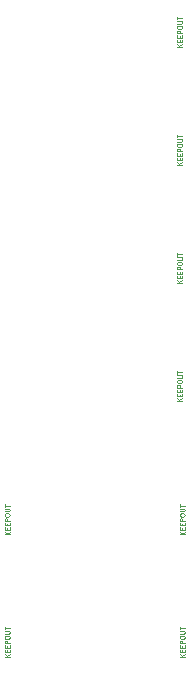
<source format=gbr>
%TF.GenerationSoftware,KiCad,Pcbnew,(7.0.0)*%
%TF.CreationDate,2023-03-30T09:00:50-07:00*%
%TF.ProjectId,wyw_r_frontpanel,7779775f-725f-4667-926f-6e7470616e65,rev?*%
%TF.SameCoordinates,Original*%
%TF.FileFunction,Other,Comment*%
%FSLAX46Y46*%
G04 Gerber Fmt 4.6, Leading zero omitted, Abs format (unit mm)*
G04 Created by KiCad (PCBNEW (7.0.0)) date 2023-03-30 09:00:50*
%MOMM*%
%LPD*%
G01*
G04 APERTURE LIST*
%ADD10C,0.051000*%
G04 APERTURE END LIST*
D10*
%TO.C,J5*%
X43326952Y-111938095D02*
X42926952Y-111938095D01*
X43326952Y-111709524D02*
X43098380Y-111880953D01*
X42926952Y-111709524D02*
X43155523Y-111938095D01*
X43117428Y-111538095D02*
X43117428Y-111404762D01*
X43326952Y-111347619D02*
X43326952Y-111538095D01*
X43326952Y-111538095D02*
X42926952Y-111538095D01*
X42926952Y-111538095D02*
X42926952Y-111347619D01*
X43117428Y-111176190D02*
X43117428Y-111042857D01*
X43326952Y-110985714D02*
X43326952Y-111176190D01*
X43326952Y-111176190D02*
X42926952Y-111176190D01*
X42926952Y-111176190D02*
X42926952Y-110985714D01*
X43326952Y-110814285D02*
X42926952Y-110814285D01*
X42926952Y-110814285D02*
X42926952Y-110661904D01*
X42926952Y-110661904D02*
X42946000Y-110623809D01*
X42946000Y-110623809D02*
X42965047Y-110604762D01*
X42965047Y-110604762D02*
X43003142Y-110585714D01*
X43003142Y-110585714D02*
X43060285Y-110585714D01*
X43060285Y-110585714D02*
X43098380Y-110604762D01*
X43098380Y-110604762D02*
X43117428Y-110623809D01*
X43117428Y-110623809D02*
X43136476Y-110661904D01*
X43136476Y-110661904D02*
X43136476Y-110814285D01*
X42926952Y-110338095D02*
X42926952Y-110261904D01*
X42926952Y-110261904D02*
X42946000Y-110223809D01*
X42946000Y-110223809D02*
X42984095Y-110185714D01*
X42984095Y-110185714D02*
X43060285Y-110166666D01*
X43060285Y-110166666D02*
X43193619Y-110166666D01*
X43193619Y-110166666D02*
X43269809Y-110185714D01*
X43269809Y-110185714D02*
X43307904Y-110223809D01*
X43307904Y-110223809D02*
X43326952Y-110261904D01*
X43326952Y-110261904D02*
X43326952Y-110338095D01*
X43326952Y-110338095D02*
X43307904Y-110376190D01*
X43307904Y-110376190D02*
X43269809Y-110414285D01*
X43269809Y-110414285D02*
X43193619Y-110433333D01*
X43193619Y-110433333D02*
X43060285Y-110433333D01*
X43060285Y-110433333D02*
X42984095Y-110414285D01*
X42984095Y-110414285D02*
X42946000Y-110376190D01*
X42946000Y-110376190D02*
X42926952Y-110338095D01*
X42926952Y-109995237D02*
X43250761Y-109995237D01*
X43250761Y-109995237D02*
X43288857Y-109976190D01*
X43288857Y-109976190D02*
X43307904Y-109957142D01*
X43307904Y-109957142D02*
X43326952Y-109919047D01*
X43326952Y-109919047D02*
X43326952Y-109842856D01*
X43326952Y-109842856D02*
X43307904Y-109804761D01*
X43307904Y-109804761D02*
X43288857Y-109785714D01*
X43288857Y-109785714D02*
X43250761Y-109766666D01*
X43250761Y-109766666D02*
X42926952Y-109766666D01*
X42926952Y-109633332D02*
X42926952Y-109404761D01*
X43326952Y-109519047D02*
X42926952Y-109519047D01*
%TO.C,J9*%
X43548491Y-133596449D02*
X43148491Y-133596449D01*
X43548491Y-133367878D02*
X43319919Y-133539307D01*
X43148491Y-133367878D02*
X43377062Y-133596449D01*
X43338967Y-133196449D02*
X43338967Y-133063116D01*
X43548491Y-133005973D02*
X43548491Y-133196449D01*
X43548491Y-133196449D02*
X43148491Y-133196449D01*
X43148491Y-133196449D02*
X43148491Y-133005973D01*
X43338967Y-132834544D02*
X43338967Y-132701211D01*
X43548491Y-132644068D02*
X43548491Y-132834544D01*
X43548491Y-132834544D02*
X43148491Y-132834544D01*
X43148491Y-132834544D02*
X43148491Y-132644068D01*
X43548491Y-132472639D02*
X43148491Y-132472639D01*
X43148491Y-132472639D02*
X43148491Y-132320258D01*
X43148491Y-132320258D02*
X43167539Y-132282163D01*
X43167539Y-132282163D02*
X43186586Y-132263116D01*
X43186586Y-132263116D02*
X43224681Y-132244068D01*
X43224681Y-132244068D02*
X43281824Y-132244068D01*
X43281824Y-132244068D02*
X43319919Y-132263116D01*
X43319919Y-132263116D02*
X43338967Y-132282163D01*
X43338967Y-132282163D02*
X43358015Y-132320258D01*
X43358015Y-132320258D02*
X43358015Y-132472639D01*
X43148491Y-131996449D02*
X43148491Y-131920258D01*
X43148491Y-131920258D02*
X43167539Y-131882163D01*
X43167539Y-131882163D02*
X43205634Y-131844068D01*
X43205634Y-131844068D02*
X43281824Y-131825020D01*
X43281824Y-131825020D02*
X43415158Y-131825020D01*
X43415158Y-131825020D02*
X43491348Y-131844068D01*
X43491348Y-131844068D02*
X43529443Y-131882163D01*
X43529443Y-131882163D02*
X43548491Y-131920258D01*
X43548491Y-131920258D02*
X43548491Y-131996449D01*
X43548491Y-131996449D02*
X43529443Y-132034544D01*
X43529443Y-132034544D02*
X43491348Y-132072639D01*
X43491348Y-132072639D02*
X43415158Y-132091687D01*
X43415158Y-132091687D02*
X43281824Y-132091687D01*
X43281824Y-132091687D02*
X43205634Y-132072639D01*
X43205634Y-132072639D02*
X43167539Y-132034544D01*
X43167539Y-132034544D02*
X43148491Y-131996449D01*
X43148491Y-131653591D02*
X43472300Y-131653591D01*
X43472300Y-131653591D02*
X43510396Y-131634544D01*
X43510396Y-131634544D02*
X43529443Y-131615496D01*
X43529443Y-131615496D02*
X43548491Y-131577401D01*
X43548491Y-131577401D02*
X43548491Y-131501210D01*
X43548491Y-131501210D02*
X43529443Y-131463115D01*
X43529443Y-131463115D02*
X43510396Y-131444068D01*
X43510396Y-131444068D02*
X43472300Y-131425020D01*
X43472300Y-131425020D02*
X43148491Y-131425020D01*
X43148491Y-131291686D02*
X43148491Y-131063115D01*
X43548491Y-131177401D02*
X43148491Y-131177401D01*
%TO.C,J3*%
X43326952Y-91938095D02*
X42926952Y-91938095D01*
X43326952Y-91709524D02*
X43098380Y-91880953D01*
X42926952Y-91709524D02*
X43155523Y-91938095D01*
X43117428Y-91538095D02*
X43117428Y-91404762D01*
X43326952Y-91347619D02*
X43326952Y-91538095D01*
X43326952Y-91538095D02*
X42926952Y-91538095D01*
X42926952Y-91538095D02*
X42926952Y-91347619D01*
X43117428Y-91176190D02*
X43117428Y-91042857D01*
X43326952Y-90985714D02*
X43326952Y-91176190D01*
X43326952Y-91176190D02*
X42926952Y-91176190D01*
X42926952Y-91176190D02*
X42926952Y-90985714D01*
X43326952Y-90814285D02*
X42926952Y-90814285D01*
X42926952Y-90814285D02*
X42926952Y-90661904D01*
X42926952Y-90661904D02*
X42946000Y-90623809D01*
X42946000Y-90623809D02*
X42965047Y-90604762D01*
X42965047Y-90604762D02*
X43003142Y-90585714D01*
X43003142Y-90585714D02*
X43060285Y-90585714D01*
X43060285Y-90585714D02*
X43098380Y-90604762D01*
X43098380Y-90604762D02*
X43117428Y-90623809D01*
X43117428Y-90623809D02*
X43136476Y-90661904D01*
X43136476Y-90661904D02*
X43136476Y-90814285D01*
X42926952Y-90338095D02*
X42926952Y-90261904D01*
X42926952Y-90261904D02*
X42946000Y-90223809D01*
X42946000Y-90223809D02*
X42984095Y-90185714D01*
X42984095Y-90185714D02*
X43060285Y-90166666D01*
X43060285Y-90166666D02*
X43193619Y-90166666D01*
X43193619Y-90166666D02*
X43269809Y-90185714D01*
X43269809Y-90185714D02*
X43307904Y-90223809D01*
X43307904Y-90223809D02*
X43326952Y-90261904D01*
X43326952Y-90261904D02*
X43326952Y-90338095D01*
X43326952Y-90338095D02*
X43307904Y-90376190D01*
X43307904Y-90376190D02*
X43269809Y-90414285D01*
X43269809Y-90414285D02*
X43193619Y-90433333D01*
X43193619Y-90433333D02*
X43060285Y-90433333D01*
X43060285Y-90433333D02*
X42984095Y-90414285D01*
X42984095Y-90414285D02*
X42946000Y-90376190D01*
X42946000Y-90376190D02*
X42926952Y-90338095D01*
X42926952Y-89995237D02*
X43250761Y-89995237D01*
X43250761Y-89995237D02*
X43288857Y-89976190D01*
X43288857Y-89976190D02*
X43307904Y-89957142D01*
X43307904Y-89957142D02*
X43326952Y-89919047D01*
X43326952Y-89919047D02*
X43326952Y-89842856D01*
X43326952Y-89842856D02*
X43307904Y-89804761D01*
X43307904Y-89804761D02*
X43288857Y-89785714D01*
X43288857Y-89785714D02*
X43250761Y-89766666D01*
X43250761Y-89766666D02*
X42926952Y-89766666D01*
X42926952Y-89633332D02*
X42926952Y-89404761D01*
X43326952Y-89519047D02*
X42926952Y-89519047D01*
%TO.C,J2*%
X43326952Y-81938095D02*
X42926952Y-81938095D01*
X43326952Y-81709524D02*
X43098380Y-81880953D01*
X42926952Y-81709524D02*
X43155523Y-81938095D01*
X43117428Y-81538095D02*
X43117428Y-81404762D01*
X43326952Y-81347619D02*
X43326952Y-81538095D01*
X43326952Y-81538095D02*
X42926952Y-81538095D01*
X42926952Y-81538095D02*
X42926952Y-81347619D01*
X43117428Y-81176190D02*
X43117428Y-81042857D01*
X43326952Y-80985714D02*
X43326952Y-81176190D01*
X43326952Y-81176190D02*
X42926952Y-81176190D01*
X42926952Y-81176190D02*
X42926952Y-80985714D01*
X43326952Y-80814285D02*
X42926952Y-80814285D01*
X42926952Y-80814285D02*
X42926952Y-80661904D01*
X42926952Y-80661904D02*
X42946000Y-80623809D01*
X42946000Y-80623809D02*
X42965047Y-80604762D01*
X42965047Y-80604762D02*
X43003142Y-80585714D01*
X43003142Y-80585714D02*
X43060285Y-80585714D01*
X43060285Y-80585714D02*
X43098380Y-80604762D01*
X43098380Y-80604762D02*
X43117428Y-80623809D01*
X43117428Y-80623809D02*
X43136476Y-80661904D01*
X43136476Y-80661904D02*
X43136476Y-80814285D01*
X42926952Y-80338095D02*
X42926952Y-80261904D01*
X42926952Y-80261904D02*
X42946000Y-80223809D01*
X42946000Y-80223809D02*
X42984095Y-80185714D01*
X42984095Y-80185714D02*
X43060285Y-80166666D01*
X43060285Y-80166666D02*
X43193619Y-80166666D01*
X43193619Y-80166666D02*
X43269809Y-80185714D01*
X43269809Y-80185714D02*
X43307904Y-80223809D01*
X43307904Y-80223809D02*
X43326952Y-80261904D01*
X43326952Y-80261904D02*
X43326952Y-80338095D01*
X43326952Y-80338095D02*
X43307904Y-80376190D01*
X43307904Y-80376190D02*
X43269809Y-80414285D01*
X43269809Y-80414285D02*
X43193619Y-80433333D01*
X43193619Y-80433333D02*
X43060285Y-80433333D01*
X43060285Y-80433333D02*
X42984095Y-80414285D01*
X42984095Y-80414285D02*
X42946000Y-80376190D01*
X42946000Y-80376190D02*
X42926952Y-80338095D01*
X42926952Y-79995237D02*
X43250761Y-79995237D01*
X43250761Y-79995237D02*
X43288857Y-79976190D01*
X43288857Y-79976190D02*
X43307904Y-79957142D01*
X43307904Y-79957142D02*
X43326952Y-79919047D01*
X43326952Y-79919047D02*
X43326952Y-79842856D01*
X43326952Y-79842856D02*
X43307904Y-79804761D01*
X43307904Y-79804761D02*
X43288857Y-79785714D01*
X43288857Y-79785714D02*
X43250761Y-79766666D01*
X43250761Y-79766666D02*
X42926952Y-79766666D01*
X42926952Y-79633332D02*
X42926952Y-79404761D01*
X43326952Y-79519047D02*
X42926952Y-79519047D01*
%TO.C,J4*%
X43326952Y-101938095D02*
X42926952Y-101938095D01*
X43326952Y-101709524D02*
X43098380Y-101880953D01*
X42926952Y-101709524D02*
X43155523Y-101938095D01*
X43117428Y-101538095D02*
X43117428Y-101404762D01*
X43326952Y-101347619D02*
X43326952Y-101538095D01*
X43326952Y-101538095D02*
X42926952Y-101538095D01*
X42926952Y-101538095D02*
X42926952Y-101347619D01*
X43117428Y-101176190D02*
X43117428Y-101042857D01*
X43326952Y-100985714D02*
X43326952Y-101176190D01*
X43326952Y-101176190D02*
X42926952Y-101176190D01*
X42926952Y-101176190D02*
X42926952Y-100985714D01*
X43326952Y-100814285D02*
X42926952Y-100814285D01*
X42926952Y-100814285D02*
X42926952Y-100661904D01*
X42926952Y-100661904D02*
X42946000Y-100623809D01*
X42946000Y-100623809D02*
X42965047Y-100604762D01*
X42965047Y-100604762D02*
X43003142Y-100585714D01*
X43003142Y-100585714D02*
X43060285Y-100585714D01*
X43060285Y-100585714D02*
X43098380Y-100604762D01*
X43098380Y-100604762D02*
X43117428Y-100623809D01*
X43117428Y-100623809D02*
X43136476Y-100661904D01*
X43136476Y-100661904D02*
X43136476Y-100814285D01*
X42926952Y-100338095D02*
X42926952Y-100261904D01*
X42926952Y-100261904D02*
X42946000Y-100223809D01*
X42946000Y-100223809D02*
X42984095Y-100185714D01*
X42984095Y-100185714D02*
X43060285Y-100166666D01*
X43060285Y-100166666D02*
X43193619Y-100166666D01*
X43193619Y-100166666D02*
X43269809Y-100185714D01*
X43269809Y-100185714D02*
X43307904Y-100223809D01*
X43307904Y-100223809D02*
X43326952Y-100261904D01*
X43326952Y-100261904D02*
X43326952Y-100338095D01*
X43326952Y-100338095D02*
X43307904Y-100376190D01*
X43307904Y-100376190D02*
X43269809Y-100414285D01*
X43269809Y-100414285D02*
X43193619Y-100433333D01*
X43193619Y-100433333D02*
X43060285Y-100433333D01*
X43060285Y-100433333D02*
X42984095Y-100414285D01*
X42984095Y-100414285D02*
X42946000Y-100376190D01*
X42946000Y-100376190D02*
X42926952Y-100338095D01*
X42926952Y-99995237D02*
X43250761Y-99995237D01*
X43250761Y-99995237D02*
X43288857Y-99976190D01*
X43288857Y-99976190D02*
X43307904Y-99957142D01*
X43307904Y-99957142D02*
X43326952Y-99919047D01*
X43326952Y-99919047D02*
X43326952Y-99842856D01*
X43326952Y-99842856D02*
X43307904Y-99804761D01*
X43307904Y-99804761D02*
X43288857Y-99785714D01*
X43288857Y-99785714D02*
X43250761Y-99766666D01*
X43250761Y-99766666D02*
X42926952Y-99766666D01*
X42926952Y-99633332D02*
X42926952Y-99404761D01*
X43326952Y-99519047D02*
X42926952Y-99519047D01*
%TO.C,J6*%
X28726952Y-123238095D02*
X28326952Y-123238095D01*
X28726952Y-123009524D02*
X28498380Y-123180953D01*
X28326952Y-123009524D02*
X28555523Y-123238095D01*
X28517428Y-122838095D02*
X28517428Y-122704762D01*
X28726952Y-122647619D02*
X28726952Y-122838095D01*
X28726952Y-122838095D02*
X28326952Y-122838095D01*
X28326952Y-122838095D02*
X28326952Y-122647619D01*
X28517428Y-122476190D02*
X28517428Y-122342857D01*
X28726952Y-122285714D02*
X28726952Y-122476190D01*
X28726952Y-122476190D02*
X28326952Y-122476190D01*
X28326952Y-122476190D02*
X28326952Y-122285714D01*
X28726952Y-122114285D02*
X28326952Y-122114285D01*
X28326952Y-122114285D02*
X28326952Y-121961904D01*
X28326952Y-121961904D02*
X28346000Y-121923809D01*
X28346000Y-121923809D02*
X28365047Y-121904762D01*
X28365047Y-121904762D02*
X28403142Y-121885714D01*
X28403142Y-121885714D02*
X28460285Y-121885714D01*
X28460285Y-121885714D02*
X28498380Y-121904762D01*
X28498380Y-121904762D02*
X28517428Y-121923809D01*
X28517428Y-121923809D02*
X28536476Y-121961904D01*
X28536476Y-121961904D02*
X28536476Y-122114285D01*
X28326952Y-121638095D02*
X28326952Y-121561904D01*
X28326952Y-121561904D02*
X28346000Y-121523809D01*
X28346000Y-121523809D02*
X28384095Y-121485714D01*
X28384095Y-121485714D02*
X28460285Y-121466666D01*
X28460285Y-121466666D02*
X28593619Y-121466666D01*
X28593619Y-121466666D02*
X28669809Y-121485714D01*
X28669809Y-121485714D02*
X28707904Y-121523809D01*
X28707904Y-121523809D02*
X28726952Y-121561904D01*
X28726952Y-121561904D02*
X28726952Y-121638095D01*
X28726952Y-121638095D02*
X28707904Y-121676190D01*
X28707904Y-121676190D02*
X28669809Y-121714285D01*
X28669809Y-121714285D02*
X28593619Y-121733333D01*
X28593619Y-121733333D02*
X28460285Y-121733333D01*
X28460285Y-121733333D02*
X28384095Y-121714285D01*
X28384095Y-121714285D02*
X28346000Y-121676190D01*
X28346000Y-121676190D02*
X28326952Y-121638095D01*
X28326952Y-121295237D02*
X28650761Y-121295237D01*
X28650761Y-121295237D02*
X28688857Y-121276190D01*
X28688857Y-121276190D02*
X28707904Y-121257142D01*
X28707904Y-121257142D02*
X28726952Y-121219047D01*
X28726952Y-121219047D02*
X28726952Y-121142856D01*
X28726952Y-121142856D02*
X28707904Y-121104761D01*
X28707904Y-121104761D02*
X28688857Y-121085714D01*
X28688857Y-121085714D02*
X28650761Y-121066666D01*
X28650761Y-121066666D02*
X28326952Y-121066666D01*
X28326952Y-120933332D02*
X28326952Y-120704761D01*
X28726952Y-120819047D02*
X28326952Y-120819047D01*
%TO.C,J7*%
X43548491Y-123238095D02*
X43148491Y-123238095D01*
X43548491Y-123009524D02*
X43319919Y-123180953D01*
X43148491Y-123009524D02*
X43377062Y-123238095D01*
X43338967Y-122838095D02*
X43338967Y-122704762D01*
X43548491Y-122647619D02*
X43548491Y-122838095D01*
X43548491Y-122838095D02*
X43148491Y-122838095D01*
X43148491Y-122838095D02*
X43148491Y-122647619D01*
X43338967Y-122476190D02*
X43338967Y-122342857D01*
X43548491Y-122285714D02*
X43548491Y-122476190D01*
X43548491Y-122476190D02*
X43148491Y-122476190D01*
X43148491Y-122476190D02*
X43148491Y-122285714D01*
X43548491Y-122114285D02*
X43148491Y-122114285D01*
X43148491Y-122114285D02*
X43148491Y-121961904D01*
X43148491Y-121961904D02*
X43167539Y-121923809D01*
X43167539Y-121923809D02*
X43186586Y-121904762D01*
X43186586Y-121904762D02*
X43224681Y-121885714D01*
X43224681Y-121885714D02*
X43281824Y-121885714D01*
X43281824Y-121885714D02*
X43319919Y-121904762D01*
X43319919Y-121904762D02*
X43338967Y-121923809D01*
X43338967Y-121923809D02*
X43358015Y-121961904D01*
X43358015Y-121961904D02*
X43358015Y-122114285D01*
X43148491Y-121638095D02*
X43148491Y-121561904D01*
X43148491Y-121561904D02*
X43167539Y-121523809D01*
X43167539Y-121523809D02*
X43205634Y-121485714D01*
X43205634Y-121485714D02*
X43281824Y-121466666D01*
X43281824Y-121466666D02*
X43415158Y-121466666D01*
X43415158Y-121466666D02*
X43491348Y-121485714D01*
X43491348Y-121485714D02*
X43529443Y-121523809D01*
X43529443Y-121523809D02*
X43548491Y-121561904D01*
X43548491Y-121561904D02*
X43548491Y-121638095D01*
X43548491Y-121638095D02*
X43529443Y-121676190D01*
X43529443Y-121676190D02*
X43491348Y-121714285D01*
X43491348Y-121714285D02*
X43415158Y-121733333D01*
X43415158Y-121733333D02*
X43281824Y-121733333D01*
X43281824Y-121733333D02*
X43205634Y-121714285D01*
X43205634Y-121714285D02*
X43167539Y-121676190D01*
X43167539Y-121676190D02*
X43148491Y-121638095D01*
X43148491Y-121295237D02*
X43472300Y-121295237D01*
X43472300Y-121295237D02*
X43510396Y-121276190D01*
X43510396Y-121276190D02*
X43529443Y-121257142D01*
X43529443Y-121257142D02*
X43548491Y-121219047D01*
X43548491Y-121219047D02*
X43548491Y-121142856D01*
X43548491Y-121142856D02*
X43529443Y-121104761D01*
X43529443Y-121104761D02*
X43510396Y-121085714D01*
X43510396Y-121085714D02*
X43472300Y-121066666D01*
X43472300Y-121066666D02*
X43148491Y-121066666D01*
X43148491Y-120933332D02*
X43148491Y-120704761D01*
X43548491Y-120819047D02*
X43148491Y-120819047D01*
%TO.C,J8*%
X28726952Y-133596449D02*
X28326952Y-133596449D01*
X28726952Y-133367878D02*
X28498380Y-133539307D01*
X28326952Y-133367878D02*
X28555523Y-133596449D01*
X28517428Y-133196449D02*
X28517428Y-133063116D01*
X28726952Y-133005973D02*
X28726952Y-133196449D01*
X28726952Y-133196449D02*
X28326952Y-133196449D01*
X28326952Y-133196449D02*
X28326952Y-133005973D01*
X28517428Y-132834544D02*
X28517428Y-132701211D01*
X28726952Y-132644068D02*
X28726952Y-132834544D01*
X28726952Y-132834544D02*
X28326952Y-132834544D01*
X28326952Y-132834544D02*
X28326952Y-132644068D01*
X28726952Y-132472639D02*
X28326952Y-132472639D01*
X28326952Y-132472639D02*
X28326952Y-132320258D01*
X28326952Y-132320258D02*
X28346000Y-132282163D01*
X28346000Y-132282163D02*
X28365047Y-132263116D01*
X28365047Y-132263116D02*
X28403142Y-132244068D01*
X28403142Y-132244068D02*
X28460285Y-132244068D01*
X28460285Y-132244068D02*
X28498380Y-132263116D01*
X28498380Y-132263116D02*
X28517428Y-132282163D01*
X28517428Y-132282163D02*
X28536476Y-132320258D01*
X28536476Y-132320258D02*
X28536476Y-132472639D01*
X28326952Y-131996449D02*
X28326952Y-131920258D01*
X28326952Y-131920258D02*
X28346000Y-131882163D01*
X28346000Y-131882163D02*
X28384095Y-131844068D01*
X28384095Y-131844068D02*
X28460285Y-131825020D01*
X28460285Y-131825020D02*
X28593619Y-131825020D01*
X28593619Y-131825020D02*
X28669809Y-131844068D01*
X28669809Y-131844068D02*
X28707904Y-131882163D01*
X28707904Y-131882163D02*
X28726952Y-131920258D01*
X28726952Y-131920258D02*
X28726952Y-131996449D01*
X28726952Y-131996449D02*
X28707904Y-132034544D01*
X28707904Y-132034544D02*
X28669809Y-132072639D01*
X28669809Y-132072639D02*
X28593619Y-132091687D01*
X28593619Y-132091687D02*
X28460285Y-132091687D01*
X28460285Y-132091687D02*
X28384095Y-132072639D01*
X28384095Y-132072639D02*
X28346000Y-132034544D01*
X28346000Y-132034544D02*
X28326952Y-131996449D01*
X28326952Y-131653591D02*
X28650761Y-131653591D01*
X28650761Y-131653591D02*
X28688857Y-131634544D01*
X28688857Y-131634544D02*
X28707904Y-131615496D01*
X28707904Y-131615496D02*
X28726952Y-131577401D01*
X28726952Y-131577401D02*
X28726952Y-131501210D01*
X28726952Y-131501210D02*
X28707904Y-131463115D01*
X28707904Y-131463115D02*
X28688857Y-131444068D01*
X28688857Y-131444068D02*
X28650761Y-131425020D01*
X28650761Y-131425020D02*
X28326952Y-131425020D01*
X28326952Y-131291686D02*
X28326952Y-131063115D01*
X28726952Y-131177401D02*
X28326952Y-131177401D01*
%TD*%
M02*

</source>
